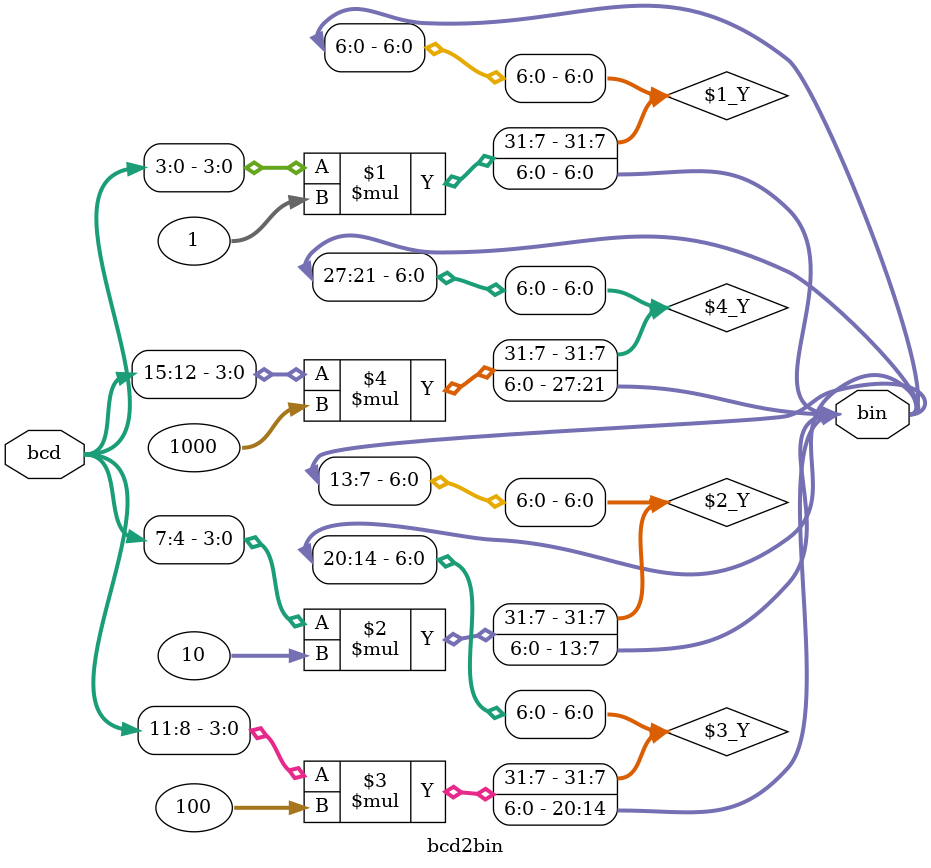
<source format=sv>
module bcd2bin #(parameter N=4)(
    input [N*4-1:0] bcd,
    output [N*7-1:0] bin
);
genvar i;
generate for(i=0; i<N; i=i+1) begin
    assign bin[i*7+:7] = bcd[i*4+:4] * 10**i; 
end endgenerate
endmodule

</source>
